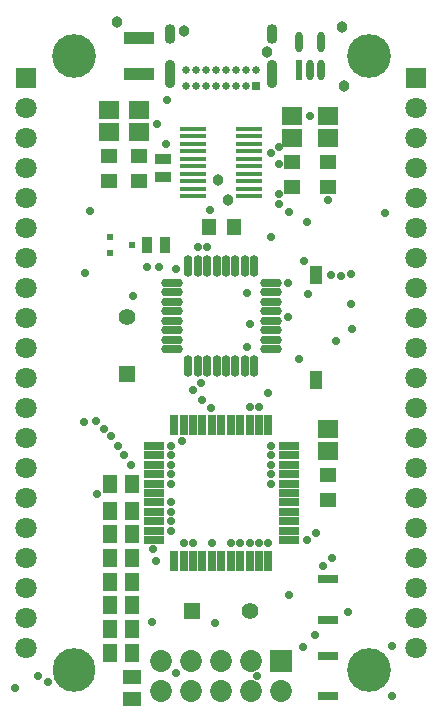
<source format=gts>
G04*
G04 #@! TF.GenerationSoftware,Altium Limited,Altium Designer,21.0.9 (235)*
G04*
G04 Layer_Color=8388736*
%FSLAX25Y25*%
%MOIN*%
G70*
G04*
G04 #@! TF.SameCoordinates,E5CA4AE1-0186-4FD9-A07E-2EFFEE8FE40E*
G04*
G04*
G04 #@! TF.FilePolarity,Negative*
G04*
G01*
G75*
%ADD18R,0.06693X0.03150*%
%ADD23R,0.09843X0.03937*%
G04:AMPARAMS|DCode=24|XSize=88.58mil|YSize=15.75mil|CornerRadius=7.87mil|HoleSize=0mil|Usage=FLASHONLY|Rotation=0.000|XOffset=0mil|YOffset=0mil|HoleType=Round|Shape=RoundedRectangle|*
%AMROUNDEDRECTD24*
21,1,0.08858,0.00000,0,0,0.0*
21,1,0.07284,0.01575,0,0,0.0*
1,1,0.01575,0.03642,0.00000*
1,1,0.01575,-0.03642,0.00000*
1,1,0.01575,-0.03642,0.00000*
1,1,0.01575,0.03642,0.00000*
%
%ADD24ROUNDEDRECTD24*%
%ADD25R,0.04331X0.05906*%
%ADD26R,0.05315X0.03740*%
G04:AMPARAMS|DCode=27|XSize=67.21mil|YSize=24.25mil|CornerRadius=12.12mil|HoleSize=0mil|Usage=FLASHONLY|Rotation=90.000|XOffset=0mil|YOffset=0mil|HoleType=Round|Shape=RoundedRectangle|*
%AMROUNDEDRECTD27*
21,1,0.06721,0.00000,0,0,90.0*
21,1,0.04296,0.02425,0,0,90.0*
1,1,0.02425,0.00000,0.02148*
1,1,0.02425,0.00000,-0.02148*
1,1,0.02425,0.00000,-0.02148*
1,1,0.02425,0.00000,0.02148*
%
%ADD27ROUNDEDRECTD27*%
%ADD28R,0.02425X0.06721*%
%ADD29R,0.03740X0.05315*%
%ADD35R,0.06115X0.04737*%
%ADD36R,0.06902X0.06312*%
%ADD37R,0.05524X0.05131*%
%ADD38R,0.05131X0.05524*%
%ADD39R,0.02165X0.02362*%
%ADD40R,0.02800X0.06600*%
%ADD41R,0.06600X0.02800*%
%ADD42R,0.04737X0.06115*%
%ADD43O,0.07296X0.02965*%
%ADD44O,0.02965X0.07296*%
%ADD45R,0.05524X0.05524*%
%ADD46C,0.05524*%
%ADD47R,0.05524X0.05524*%
%ADD48C,0.14580*%
%ADD49O,0.14186X0.14580*%
%ADD50C,0.02559*%
%ADD51R,0.02559X0.02559*%
G04:AMPARAMS|DCode=52|XSize=35.43mil|YSize=94.49mil|CornerRadius=17.72mil|HoleSize=0mil|Usage=FLASHONLY|Rotation=180.000|XOffset=0mil|YOffset=0mil|HoleType=Round|Shape=RoundedRectangle|*
%AMROUNDEDRECTD52*
21,1,0.03543,0.05906,0,0,180.0*
21,1,0.00000,0.09449,0,0,180.0*
1,1,0.03543,0.00000,0.02953*
1,1,0.03543,0.00000,0.02953*
1,1,0.03543,0.00000,-0.02953*
1,1,0.03543,0.00000,-0.02953*
%
%ADD52ROUNDEDRECTD52*%
G04:AMPARAMS|DCode=53|XSize=35.43mil|YSize=66.93mil|CornerRadius=17.72mil|HoleSize=0mil|Usage=FLASHONLY|Rotation=180.000|XOffset=0mil|YOffset=0mil|HoleType=Round|Shape=RoundedRectangle|*
%AMROUNDEDRECTD53*
21,1,0.03543,0.03150,0,0,180.0*
21,1,0.00000,0.06693,0,0,180.0*
1,1,0.03543,0.00000,0.01575*
1,1,0.03543,0.00000,0.01575*
1,1,0.03543,0.00000,-0.01575*
1,1,0.03543,0.00000,-0.01575*
%
%ADD53ROUNDEDRECTD53*%
%ADD54C,0.07099*%
%ADD55R,0.07099X0.07099*%
%ADD56C,0.07296*%
%ADD57R,0.07296X0.07296*%
%ADD58C,0.02800*%
%ADD59C,0.03800*%
D18*
X108268Y46063D02*
D03*
Y32677D02*
D03*
Y20472D02*
D03*
Y7087D02*
D03*
D23*
X45276Y226378D02*
D03*
Y214567D02*
D03*
D24*
X82185Y196289D02*
D03*
Y193789D02*
D03*
Y191289D02*
D03*
Y188789D02*
D03*
Y186289D02*
D03*
Y183789D02*
D03*
Y181289D02*
D03*
Y178789D02*
D03*
Y176289D02*
D03*
Y173789D02*
D03*
X63484D02*
D03*
Y176289D02*
D03*
Y178789D02*
D03*
Y181289D02*
D03*
Y183789D02*
D03*
Y186289D02*
D03*
Y188789D02*
D03*
Y191289D02*
D03*
Y193789D02*
D03*
Y196289D02*
D03*
D25*
X104331Y147441D02*
D03*
Y112402D02*
D03*
D26*
X53543Y180118D02*
D03*
Y186024D02*
D03*
D27*
X98622Y225199D02*
D03*
X106102D02*
D03*
Y215746D02*
D03*
X102362D02*
D03*
D28*
X98622D02*
D03*
D29*
X54134Y157480D02*
D03*
X48228D02*
D03*
D35*
X42913Y6299D02*
D03*
Y13386D02*
D03*
D36*
X108268Y96260D02*
D03*
Y88779D02*
D03*
X96457Y193110D02*
D03*
Y200590D02*
D03*
X45276Y202559D02*
D03*
Y195079D02*
D03*
X108268Y193110D02*
D03*
Y200590D02*
D03*
X35433Y202559D02*
D03*
Y195079D02*
D03*
D37*
X108268Y80905D02*
D03*
Y72638D02*
D03*
X96457Y185236D02*
D03*
Y176969D02*
D03*
X108268Y185236D02*
D03*
Y176969D02*
D03*
X45276Y187205D02*
D03*
Y178937D02*
D03*
X35433Y187205D02*
D03*
Y178937D02*
D03*
D38*
X76968Y163386D02*
D03*
X68701D02*
D03*
D39*
X43012Y157480D02*
D03*
X35728Y154921D02*
D03*
Y160039D02*
D03*
D40*
X57135Y52203D02*
D03*
X60235D02*
D03*
X63435D02*
D03*
X66535D02*
D03*
X69735D02*
D03*
X72835D02*
D03*
X75935D02*
D03*
X79135D02*
D03*
X82235D02*
D03*
X85435D02*
D03*
X88535D02*
D03*
Y97403D02*
D03*
X85435D02*
D03*
X82235D02*
D03*
X79135D02*
D03*
X75935D02*
D03*
X72835D02*
D03*
X69735D02*
D03*
X66535D02*
D03*
X63435D02*
D03*
X60235D02*
D03*
X57135D02*
D03*
D41*
X95435Y59103D02*
D03*
Y62203D02*
D03*
Y65403D02*
D03*
Y68503D02*
D03*
Y71703D02*
D03*
Y74803D02*
D03*
Y77903D02*
D03*
Y81103D02*
D03*
Y84203D02*
D03*
Y87403D02*
D03*
Y90503D02*
D03*
X50235D02*
D03*
Y87403D02*
D03*
Y84203D02*
D03*
Y81103D02*
D03*
Y77903D02*
D03*
Y74803D02*
D03*
Y71703D02*
D03*
Y68503D02*
D03*
Y65403D02*
D03*
Y62203D02*
D03*
Y59103D02*
D03*
D42*
X35827Y21654D02*
D03*
X42913D02*
D03*
X35827Y29528D02*
D03*
X42913D02*
D03*
X35827Y37402D02*
D03*
X42913D02*
D03*
X35827Y45276D02*
D03*
X42913D02*
D03*
X35827Y53150D02*
D03*
X42913D02*
D03*
X35827Y61024D02*
D03*
X42913D02*
D03*
X35827Y68898D02*
D03*
X42913D02*
D03*
X42913Y77902D02*
D03*
X35827D02*
D03*
D43*
X56299Y144882D02*
D03*
Y141732D02*
D03*
Y138583D02*
D03*
Y135433D02*
D03*
Y132283D02*
D03*
Y129134D02*
D03*
Y125984D02*
D03*
Y122835D02*
D03*
X89370D02*
D03*
Y125984D02*
D03*
Y129134D02*
D03*
Y132283D02*
D03*
Y135433D02*
D03*
Y138583D02*
D03*
Y141732D02*
D03*
Y144882D02*
D03*
D44*
X61811Y117323D02*
D03*
X64961D02*
D03*
X68110D02*
D03*
X71260D02*
D03*
X74410D02*
D03*
X77559D02*
D03*
X80709D02*
D03*
X83858D02*
D03*
Y150394D02*
D03*
X80709D02*
D03*
X77559D02*
D03*
X74410D02*
D03*
X71260D02*
D03*
X68110D02*
D03*
X64961D02*
D03*
X61811D02*
D03*
D45*
X63228Y35433D02*
D03*
D46*
X82441D02*
D03*
X41339Y133622D02*
D03*
D47*
Y114409D02*
D03*
D48*
X122047Y220472D02*
D03*
X23622D02*
D03*
X122047Y15748D02*
D03*
D49*
X23622D02*
D03*
D50*
X84547Y215846D02*
D03*
X81201D02*
D03*
X77854D02*
D03*
X74508D02*
D03*
X71161D02*
D03*
X67815D02*
D03*
X64468D02*
D03*
X61122D02*
D03*
Y210531D02*
D03*
X64468D02*
D03*
X67815D02*
D03*
X71161D02*
D03*
X74508D02*
D03*
X77854D02*
D03*
X81201D02*
D03*
D51*
X84547D02*
D03*
D52*
X55807Y214390D02*
D03*
X89862D02*
D03*
D53*
X55807Y227697D02*
D03*
X89862D02*
D03*
D54*
X137835Y73110D02*
D03*
Y103110D02*
D03*
Y113110D02*
D03*
Y123110D02*
D03*
Y143110D02*
D03*
Y153110D02*
D03*
Y173110D02*
D03*
Y193110D02*
D03*
Y203110D02*
D03*
Y183110D02*
D03*
Y163110D02*
D03*
Y133110D02*
D03*
Y93110D02*
D03*
Y83110D02*
D03*
Y63110D02*
D03*
Y53110D02*
D03*
Y43110D02*
D03*
Y33110D02*
D03*
Y23110D02*
D03*
X7835Y73110D02*
D03*
Y103110D02*
D03*
Y113110D02*
D03*
Y123110D02*
D03*
Y143110D02*
D03*
Y153110D02*
D03*
Y173110D02*
D03*
Y193110D02*
D03*
Y203110D02*
D03*
Y183110D02*
D03*
Y163110D02*
D03*
Y133110D02*
D03*
Y93110D02*
D03*
Y83110D02*
D03*
Y63110D02*
D03*
Y53110D02*
D03*
Y43110D02*
D03*
Y33110D02*
D03*
Y23110D02*
D03*
D55*
X137835Y213110D02*
D03*
X7835D02*
D03*
D56*
X82835Y8779D02*
D03*
Y18779D02*
D03*
X92835Y8779D02*
D03*
X72835Y18779D02*
D03*
Y8779D02*
D03*
X62835Y18779D02*
D03*
X52835D02*
D03*
X62835Y8779D02*
D03*
X52835D02*
D03*
D57*
X92835Y18779D02*
D03*
D58*
X116535Y129528D02*
D03*
X100197Y23622D02*
D03*
X49803Y31693D02*
D03*
X112795Y147047D02*
D03*
X92126Y174606D02*
D03*
Y184646D02*
D03*
X89370Y188189D02*
D03*
X91915Y190186D02*
D03*
X115157Y35236D02*
D03*
X129724Y24016D02*
D03*
X54478Y191289D02*
D03*
X69095Y169291D02*
D03*
X111221Y125394D02*
D03*
X95079Y144882D02*
D03*
X81496Y123425D02*
D03*
Y141535D02*
D03*
X84646Y13780D02*
D03*
X3937Y9843D02*
D03*
X115945Y137992D02*
D03*
Y147835D02*
D03*
X100492Y152067D02*
D03*
X108268Y172441D02*
D03*
X127559Y168110D02*
D03*
X101772Y141339D02*
D03*
X95472Y168504D02*
D03*
X101378Y165157D02*
D03*
X68110Y156693D02*
D03*
X109646Y53347D02*
D03*
X95472Y40748D02*
D03*
X57874Y14961D02*
D03*
X104528Y61417D02*
D03*
X103937Y27362D02*
D03*
X129724Y7087D02*
D03*
X69488Y103347D02*
D03*
X66339Y105905D02*
D03*
X63386Y109055D02*
D03*
X59646Y92323D02*
D03*
X50197Y56102D02*
D03*
X66142Y111614D02*
D03*
X52165Y150197D02*
D03*
X57874Y149409D02*
D03*
X27197Y98622D02*
D03*
X11811Y13976D02*
D03*
X14961Y12008D02*
D03*
X70866Y31496D02*
D03*
X56228Y90503D02*
D03*
Y87403D02*
D03*
Y84203D02*
D03*
X31299Y74410D02*
D03*
X56228Y77903D02*
D03*
X51378Y197835D02*
D03*
X54724Y205906D02*
D03*
X82284Y131102D02*
D03*
X89370Y160039D02*
D03*
X48228Y150197D02*
D03*
X43307Y140551D02*
D03*
X91929Y171260D02*
D03*
X102362Y200591D02*
D03*
X106890Y50591D02*
D03*
X98819Y119685D02*
D03*
X109449Y147441D02*
D03*
X95079Y133661D02*
D03*
X64961Y156693D02*
D03*
X27559Y148228D02*
D03*
X28937Y168701D02*
D03*
X88535Y108119D02*
D03*
X89442Y90503D02*
D03*
Y87403D02*
D03*
Y84203D02*
D03*
Y81103D02*
D03*
X82235Y103396D02*
D03*
X88535Y58196D02*
D03*
X85435D02*
D03*
X82235D02*
D03*
X79135D02*
D03*
X75935D02*
D03*
X69735D02*
D03*
X101428Y59103D02*
D03*
X89442Y77903D02*
D03*
X85435Y103396D02*
D03*
X30906Y98819D02*
D03*
X33858Y96260D02*
D03*
X36220Y93701D02*
D03*
X38434Y90503D02*
D03*
X40550Y87403D02*
D03*
X42717Y84252D02*
D03*
X56228Y81103D02*
D03*
X63435Y58196D02*
D03*
X60235D02*
D03*
X56228Y62203D02*
D03*
Y65403D02*
D03*
Y68503D02*
D03*
Y71703D02*
D03*
X51142Y52203D02*
D03*
D59*
X75000Y172441D02*
D03*
X71653Y179134D02*
D03*
X60433Y228740D02*
D03*
X113779Y210630D02*
D03*
X113189Y230315D02*
D03*
X88189Y221850D02*
D03*
X38189Y231693D02*
D03*
M02*

</source>
